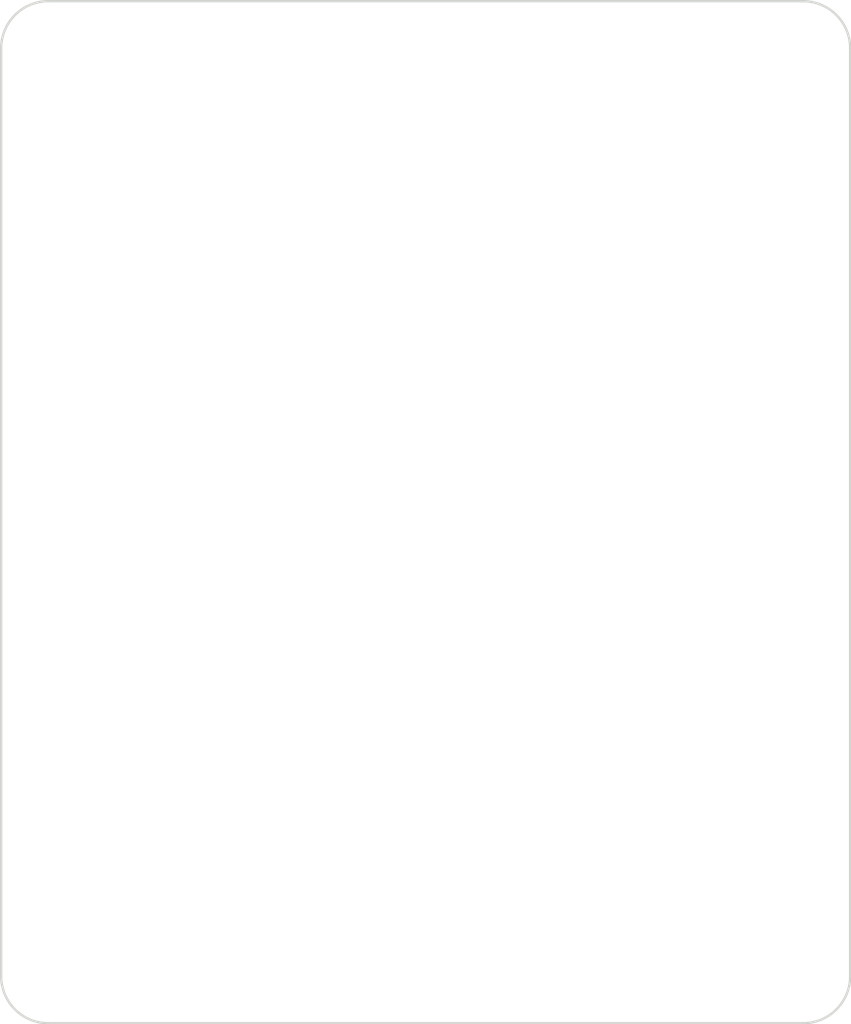
<source format=kicad_pcb>
(kicad_pcb (version 20171130) (host pcbnew 5.0.1-1.fc29)

  (general
    (thickness 1.6)
    (drawings 8)
    (tracks 0)
    (zones 0)
    (modules 4)
    (nets 1)
  )

  (page A4)
  (layers
    (0 F.Cu signal)
    (31 B.Cu signal)
    (32 B.Adhes user)
    (33 F.Adhes user)
    (34 B.Paste user)
    (35 F.Paste user)
    (36 B.SilkS user)
    (37 F.SilkS user)
    (38 B.Mask user)
    (39 F.Mask user)
    (40 Dwgs.User user)
    (41 Cmts.User user)
    (42 Eco1.User user)
    (43 Eco2.User user)
    (44 Edge.Cuts user)
    (45 Margin user)
    (46 B.CrtYd user)
    (47 F.CrtYd user)
    (48 B.Fab user)
    (49 F.Fab user)
  )

  (setup
    (last_trace_width 0.25)
    (trace_clearance 0.2)
    (zone_clearance 0.508)
    (zone_45_only no)
    (trace_min 0.2)
    (segment_width 0.2)
    (edge_width 0.15)
    (via_size 0.8)
    (via_drill 0.4)
    (via_min_size 0.4)
    (via_min_drill 0.3)
    (uvia_size 0.3)
    (uvia_drill 0.1)
    (uvias_allowed no)
    (uvia_min_size 0.2)
    (uvia_min_drill 0.1)
    (pcb_text_width 0.3)
    (pcb_text_size 1.5 1.5)
    (mod_edge_width 0.15)
    (mod_text_size 1 1)
    (mod_text_width 0.15)
    (pad_size 1.524 1.524)
    (pad_drill 0.762)
    (pad_to_mask_clearance 0.051)
    (solder_mask_min_width 0.25)
    (aux_axis_origin 120.5 125.5)
    (grid_origin 120.5 125.5)
    (visible_elements FFFFFF7F)
    (pcbplotparams
      (layerselection 0x010fc_ffffffff)
      (usegerberextensions false)
      (usegerberattributes false)
      (usegerberadvancedattributes false)
      (creategerberjobfile false)
      (excludeedgelayer true)
      (linewidth 0.100000)
      (plotframeref false)
      (viasonmask false)
      (mode 1)
      (useauxorigin false)
      (hpglpennumber 1)
      (hpglpenspeed 20)
      (hpglpendiameter 15.000000)
      (psnegative false)
      (psa4output false)
      (plotreference true)
      (plotvalue true)
      (plotinvisibletext false)
      (padsonsilk false)
      (subtractmaskfromsilk false)
      (outputformat 1)
      (mirror false)
      (drillshape 1)
      (scaleselection 1)
      (outputdirectory ""))
  )

  (net 0 "")

  (net_class Default "This is the default net class."
    (clearance 0.2)
    (trace_width 0.25)
    (via_dia 0.8)
    (via_drill 0.4)
    (uvia_dia 0.3)
    (uvia_drill 0.1)
  )

  (module MountingHole:MountingHole_2.5mm locked (layer F.Cu) (tedit 5C0C3E70) (tstamp 5C0B0946)
    (at 123.5 63.5)
    (descr "Mounting Hole 2.5mm, no annular")
    (tags "mounting hole 2.5mm no annular")
    (attr virtual)
    (fp_text reference REF** (at 0 3.5) (layer F.SilkS) hide
      (effects (font (size 1 1) (thickness 0.15)))
    )
    (fp_text value MountingHole_2.5mm (at 0 3.5) (layer F.Fab) hide
      (effects (font (size 1 1) (thickness 0.15)))
    )
    (fp_circle (center 0 0) (end 2.75 0) (layer F.CrtYd) (width 0.05))
    (fp_circle (center 0 0) (end 2.5 0) (layer Cmts.User) (width 0.15))
    (fp_text user %R (at 0.3 0) (layer F.Fab) hide
      (effects (font (size 1 1) (thickness 0.15)))
    )
    (pad 1 np_thru_hole circle (at 0 0) (size 2.5 2.5) (drill 2.5) (layers *.Cu *.Mask))
  )

  (module MountingHole:MountingHole_2.5mm locked (layer F.Cu) (tedit 5C0C3E7E) (tstamp 5C0B0903)
    (at 171.5 122.5)
    (descr "Mounting Hole 2.5mm, no annular")
    (tags "mounting hole 2.5mm no annular")
    (attr virtual)
    (fp_text reference REF** (at 0 -3.5) (layer F.SilkS) hide
      (effects (font (size 1 1) (thickness 0.15)))
    )
    (fp_text value MountingHole_2.5mm (at 0 3.5) (layer F.Fab) hide
      (effects (font (size 1 1) (thickness 0.15)))
    )
    (fp_circle (center 0 0) (end 2.75 0) (layer F.CrtYd) (width 0.05))
    (fp_circle (center 0 0) (end 2.5 0) (layer Cmts.User) (width 0.15))
    (fp_text user %R (at 0.3 0) (layer F.Fab) hide
      (effects (font (size 1 1) (thickness 0.15)))
    )
    (pad 1 np_thru_hole circle (at 0 0) (size 2.5 2.5) (drill 2.5) (layers *.Cu *.Mask))
  )

  (module MountingHole:MountingHole_2.5mm locked (layer F.Cu) (tedit 5C0C3E88) (tstamp 5C0B08D0)
    (at 123.5 122.5)
    (descr "Mounting Hole 2.5mm, no annular")
    (tags "mounting hole 2.5mm no annular")
    (attr virtual)
    (fp_text reference REF** (at 0 -3.5) (layer F.SilkS) hide
      (effects (font (size 1 1) (thickness 0.15)))
    )
    (fp_text value MountingHole_2.5mm (at 0 3.5) (layer F.Fab) hide
      (effects (font (size 1 1) (thickness 0.15)))
    )
    (fp_circle (center 0 0) (end 2.75 0) (layer F.CrtYd) (width 0.05))
    (fp_circle (center 0 0) (end 2.5 0) (layer Cmts.User) (width 0.15))
    (fp_text user %R (at 0.3 0) (layer F.Fab) hide
      (effects (font (size 1 1) (thickness 0.15)))
    )
    (pad 1 np_thru_hole circle (at 0 0) (size 2.5 2.5) (drill 2.5) (layers *.Cu *.Mask))
  )

  (module MountingHole:MountingHole_2.5mm locked (layer F.Cu) (tedit 5C0C3E76) (tstamp 5C0B0A54)
    (at 171.5 63.5)
    (descr "Mounting Hole 2.5mm, no annular")
    (tags "mounting hole 2.5mm no annular")
    (attr virtual)
    (fp_text reference REF** (at 0 3.5) (layer F.SilkS) hide
      (effects (font (size 1 1) (thickness 0.15)))
    )
    (fp_text value MountingHole_2.5mm (at 0 3.5) (layer F.Fab) hide
      (effects (font (size 1 1) (thickness 0.15)))
    )
    (fp_circle (center 0 0) (end 2.75 0) (layer F.CrtYd) (width 0.05))
    (fp_circle (center 0 0) (end 2.5 0) (layer Cmts.User) (width 0.15))
    (fp_text user %R (at 0.3 0) (layer F.Fab) hide
      (effects (font (size 1 1) (thickness 0.15)))
    )
    (pad 1 np_thru_hole circle (at 0 0) (size 2.5 2.5) (drill 2.5) (layers *.Cu *.Mask))
  )

  (gr_arc (start 171.5 63.5) (end 174.5 63.5) (angle -90) (layer Edge.Cuts) (width 0.15))
  (gr_arc (start 123.5 63.5) (end 123.5 60.5) (angle -90) (layer Edge.Cuts) (width 0.15))
  (gr_arc (start 123.5 122.5) (end 120.5 122.5) (angle -90) (layer Edge.Cuts) (width 0.15))
  (gr_arc (start 171.5 122.5) (end 171.5 125.5) (angle -90) (layer Edge.Cuts) (width 0.15))
  (gr_line (start 120.5 122.5) (end 120.5 63.5) (layer Edge.Cuts) (width 0.15))
  (gr_line (start 171.5 125.5) (end 123.5 125.5) (layer Edge.Cuts) (width 0.15))
  (gr_line (start 174.5 63.5) (end 174.5 122.5) (layer Edge.Cuts) (width 0.15))
  (gr_line (start 123.5 60.5) (end 171.5 60.5) (layer Edge.Cuts) (width 0.15))

)

</source>
